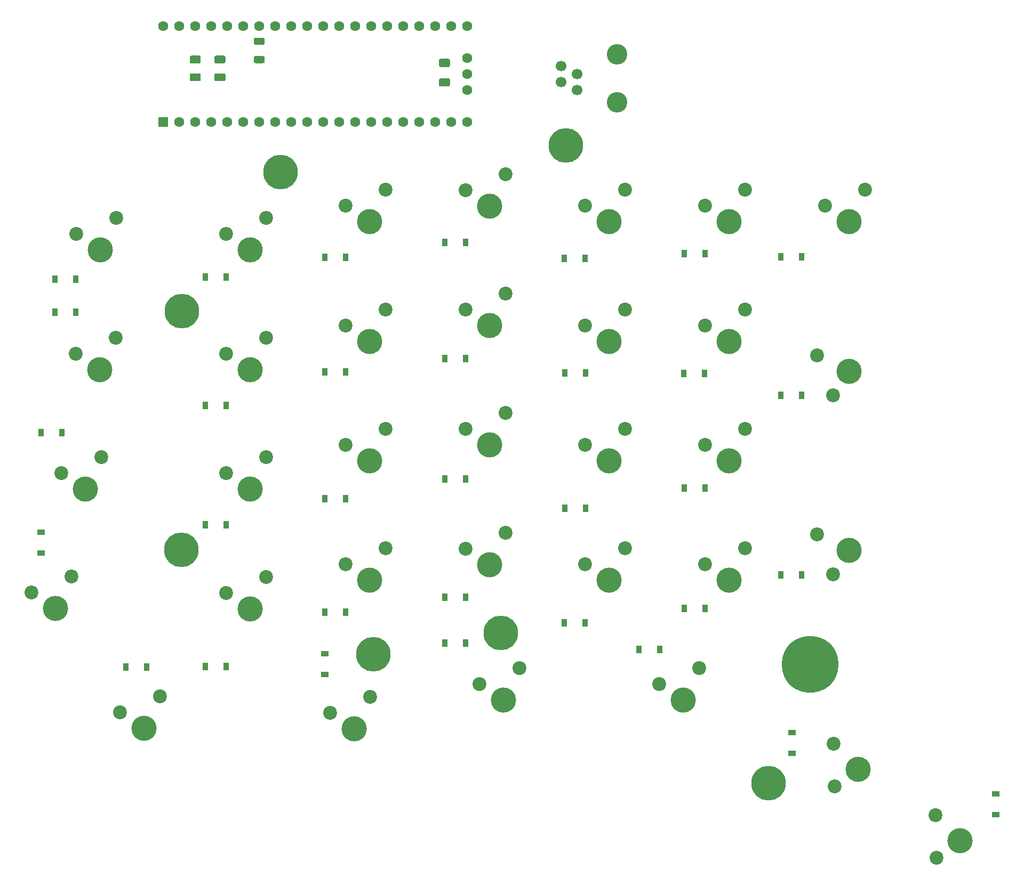
<source format=gbs>
G04 #@! TF.GenerationSoftware,KiCad,Pcbnew,5.1.9-73d0e3b20d~88~ubuntu20.04.1*
G04 #@! TF.CreationDate,2021-01-19T00:22:37+03:00*
G04 #@! TF.ProjectId,jeaex-left,6a656165-782d-46c6-9566-742e6b696361,rev?*
G04 #@! TF.SameCoordinates,Original*
G04 #@! TF.FileFunction,Soldermask,Bot*
G04 #@! TF.FilePolarity,Negative*
%FSLAX46Y46*%
G04 Gerber Fmt 4.6, Leading zero omitted, Abs format (unit mm)*
G04 Created by KiCad (PCBNEW 5.1.9-73d0e3b20d~88~ubuntu20.04.1) date 2021-01-19 00:22:37*
%MOMM*%
%LPD*%
G01*
G04 APERTURE LIST*
%ADD10C,5.500000*%
%ADD11C,9.000000*%
%ADD12C,1.600000*%
%ADD13R,1.600000X1.600000*%
%ADD14R,0.900000X1.200000*%
%ADD15R,1.200000X0.900000*%
%ADD16C,3.250000*%
%ADD17C,1.700000*%
%ADD18C,4.000000*%
%ADD19C,2.200000*%
G04 APERTURE END LIST*
D10*
X230560000Y-192110000D03*
D11*
X237170000Y-173180000D03*
D10*
X188060000Y-168170000D03*
X167850000Y-171590000D03*
X137340000Y-154970000D03*
X137380000Y-117100000D03*
X153090000Y-94980000D03*
X198360000Y-90710000D03*
G36*
G01*
X179735000Y-78280000D02*
X178485000Y-78280000D01*
G75*
G02*
X178235000Y-78030000I0J250000D01*
G01*
X178235000Y-77230000D01*
G75*
G02*
X178485000Y-76980000I250000J0D01*
G01*
X179735000Y-76980000D01*
G75*
G02*
X179985000Y-77230000I0J-250000D01*
G01*
X179985000Y-78030000D01*
G75*
G02*
X179735000Y-78280000I-250000J0D01*
G01*
G37*
G36*
G01*
X179735000Y-81380000D02*
X178485000Y-81380000D01*
G75*
G02*
X178235000Y-81130000I0J250000D01*
G01*
X178235000Y-80330000D01*
G75*
G02*
X178485000Y-80080000I250000J0D01*
G01*
X179735000Y-80080000D01*
G75*
G02*
X179985000Y-80330000I0J-250000D01*
G01*
X179985000Y-81130000D01*
G75*
G02*
X179735000Y-81380000I-250000J0D01*
G01*
G37*
D12*
X154790000Y-87020000D03*
X157330000Y-87020000D03*
X159870000Y-87020000D03*
X152250000Y-87020000D03*
X149710000Y-87020000D03*
X147170000Y-87020000D03*
X144630000Y-87020000D03*
X142090000Y-87020000D03*
X139550000Y-87020000D03*
X137010000Y-87020000D03*
D13*
X134470000Y-87020000D03*
D12*
X162410000Y-87020000D03*
X164950000Y-87020000D03*
X167490000Y-87020000D03*
X170030000Y-87020000D03*
X172570000Y-87020000D03*
X175110000Y-87020000D03*
X177650000Y-87020000D03*
X180190000Y-87020000D03*
X182730000Y-87020000D03*
X182730000Y-81940000D03*
X182730000Y-79400000D03*
X182730000Y-76860000D03*
X182730000Y-71780000D03*
X180190000Y-71780000D03*
X177650000Y-71780000D03*
X175110000Y-71780000D03*
X172570000Y-71780000D03*
X170030000Y-71780000D03*
X167490000Y-71780000D03*
X164950000Y-71780000D03*
X162410000Y-71780000D03*
X159870000Y-71780000D03*
X157330000Y-71780000D03*
X154790000Y-71780000D03*
X152250000Y-71780000D03*
X149710000Y-71780000D03*
X147170000Y-71780000D03*
X144630000Y-71780000D03*
X142090000Y-71780000D03*
X139550000Y-71780000D03*
X137010000Y-71780000D03*
X134470000Y-71780000D03*
G36*
G01*
X150325003Y-74737500D02*
X149074997Y-74737500D01*
G75*
G02*
X148825000Y-74487503I0J249997D01*
G01*
X148825000Y-73862497D01*
G75*
G02*
X149074997Y-73612500I249997J0D01*
G01*
X150325003Y-73612500D01*
G75*
G02*
X150575000Y-73862497I0J-249997D01*
G01*
X150575000Y-74487503D01*
G75*
G02*
X150325003Y-74737500I-249997J0D01*
G01*
G37*
G36*
G01*
X150325003Y-77662500D02*
X149074997Y-77662500D01*
G75*
G02*
X148825000Y-77412503I0J249997D01*
G01*
X148825000Y-76787497D01*
G75*
G02*
X149074997Y-76537500I249997J0D01*
G01*
X150325003Y-76537500D01*
G75*
G02*
X150575000Y-76787497I0J-249997D01*
G01*
X150575000Y-77412503D01*
G75*
G02*
X150325003Y-77662500I-249997J0D01*
G01*
G37*
D14*
X232480000Y-108410000D03*
X235780000Y-108410000D03*
X232475000Y-130450000D03*
X235775000Y-130450000D03*
X235800000Y-158950000D03*
X232500000Y-158950000D03*
D15*
X266660000Y-197080000D03*
X266660000Y-193780000D03*
D14*
X220450000Y-107940000D03*
X217150000Y-107940000D03*
X220420000Y-126970000D03*
X217120000Y-126970000D03*
X220440000Y-145210000D03*
X217140000Y-145210000D03*
X217160000Y-164330000D03*
X220460000Y-164330000D03*
D15*
X234300000Y-184050000D03*
X234300000Y-187350000D03*
D14*
X198150000Y-108650000D03*
X201450000Y-108650000D03*
X201500000Y-126900000D03*
X198200000Y-126900000D03*
X198200000Y-148400000D03*
X201500000Y-148400000D03*
X198150000Y-166590000D03*
X201450000Y-166590000D03*
X209950000Y-170850000D03*
X213250000Y-170850000D03*
X182450000Y-106150000D03*
X179150000Y-106150000D03*
X182450000Y-124600000D03*
X179150000Y-124600000D03*
X179150000Y-143750000D03*
X182450000Y-143750000D03*
X182450000Y-162550000D03*
X179150000Y-162550000D03*
X179150000Y-169800000D03*
X182450000Y-169800000D03*
X163450000Y-108500000D03*
X160150000Y-108500000D03*
X160150000Y-126700000D03*
X163450000Y-126700000D03*
X163450000Y-146850000D03*
X160150000Y-146850000D03*
X160150000Y-164900000D03*
X163450000Y-164900000D03*
D15*
X160150000Y-174850000D03*
X160150000Y-171550000D03*
D14*
X141120000Y-111650000D03*
X144420000Y-111650000D03*
X144460000Y-132030000D03*
X141160000Y-132030000D03*
X141150000Y-151020000D03*
X144450000Y-151020000D03*
X144460000Y-173560000D03*
X141160000Y-173560000D03*
X131830000Y-173610000D03*
X128530000Y-173610000D03*
X120590000Y-112020000D03*
X117290000Y-112020000D03*
X117290000Y-117270000D03*
X120590000Y-117270000D03*
X118330000Y-136400000D03*
X115030000Y-136400000D03*
D15*
X115040000Y-152190000D03*
X115040000Y-155490000D03*
G36*
G01*
X138925000Y-79275000D02*
X140175000Y-79275000D01*
G75*
G02*
X140425000Y-79525000I0J-250000D01*
G01*
X140425000Y-80275000D01*
G75*
G02*
X140175000Y-80525000I-250000J0D01*
G01*
X138925000Y-80525000D01*
G75*
G02*
X138675000Y-80275000I0J250000D01*
G01*
X138675000Y-79525000D01*
G75*
G02*
X138925000Y-79275000I250000J0D01*
G01*
G37*
G36*
G01*
X138925000Y-76475000D02*
X140175000Y-76475000D01*
G75*
G02*
X140425000Y-76725000I0J-250000D01*
G01*
X140425000Y-77475000D01*
G75*
G02*
X140175000Y-77725000I-250000J0D01*
G01*
X138925000Y-77725000D01*
G75*
G02*
X138675000Y-77475000I0J250000D01*
G01*
X138675000Y-76725000D01*
G75*
G02*
X138925000Y-76475000I250000J0D01*
G01*
G37*
G36*
G01*
X142825000Y-76475000D02*
X144075000Y-76475000D01*
G75*
G02*
X144325000Y-76725000I0J-250000D01*
G01*
X144325000Y-77475000D01*
G75*
G02*
X144075000Y-77725000I-250000J0D01*
G01*
X142825000Y-77725000D01*
G75*
G02*
X142575000Y-77475000I0J250000D01*
G01*
X142575000Y-76725000D01*
G75*
G02*
X142825000Y-76475000I250000J0D01*
G01*
G37*
G36*
G01*
X142825000Y-79275000D02*
X144075000Y-79275000D01*
G75*
G02*
X144325000Y-79525000I0J-250000D01*
G01*
X144325000Y-80275000D01*
G75*
G02*
X144075000Y-80525000I-250000J0D01*
G01*
X142825000Y-80525000D01*
G75*
G02*
X142575000Y-80275000I0J250000D01*
G01*
X142575000Y-79525000D01*
G75*
G02*
X142825000Y-79275000I250000J0D01*
G01*
G37*
D16*
X206530000Y-83890000D03*
X206530000Y-76250000D03*
D17*
X200180000Y-81975000D03*
X200180000Y-79435000D03*
X197640000Y-80705000D03*
X197640000Y-78165000D03*
D18*
X243300000Y-102880000D03*
D19*
X239490000Y-100340000D03*
X245840000Y-97800000D03*
D18*
X243360000Y-126630000D03*
D19*
X240820000Y-130440000D03*
X238280000Y-124090000D03*
X238270000Y-152590000D03*
X240810000Y-158940000D03*
D18*
X243350000Y-155130000D03*
D19*
X257030000Y-197140000D03*
X257244991Y-203975779D03*
D18*
X260934907Y-201264282D03*
X224280000Y-102870000D03*
D19*
X220470000Y-100330000D03*
X226820000Y-97790000D03*
D18*
X224280000Y-121870000D03*
D19*
X220470000Y-119330000D03*
X226820000Y-116790000D03*
X226820000Y-135780000D03*
X220470000Y-138320000D03*
D18*
X224280000Y-140860000D03*
D19*
X226820000Y-154780000D03*
X220470000Y-157320000D03*
D18*
X224280000Y-159860000D03*
X244774907Y-189914282D03*
D19*
X241084991Y-192625779D03*
X240870000Y-185790000D03*
D18*
X205280000Y-102860000D03*
D19*
X201470000Y-100320000D03*
X207820000Y-97780000D03*
D18*
X205280000Y-121860000D03*
D19*
X201470000Y-119320000D03*
X207820000Y-116780000D03*
D18*
X205280000Y-140870000D03*
D19*
X201470000Y-138330000D03*
X207820000Y-135790000D03*
X207820000Y-154790000D03*
X201470000Y-157330000D03*
D18*
X205280000Y-159870000D03*
X217040000Y-178920000D03*
D19*
X213230000Y-176380000D03*
X219580000Y-173840000D03*
D18*
X186250000Y-100360000D03*
D19*
X182440000Y-97820000D03*
X188790000Y-95280000D03*
X188790000Y-114280000D03*
X182440000Y-116820000D03*
D18*
X186250000Y-119360000D03*
D19*
X188790000Y-133280000D03*
X182440000Y-135820000D03*
D18*
X186250000Y-138360000D03*
D19*
X188790000Y-152290000D03*
X182440000Y-154830000D03*
D18*
X186250000Y-157370000D03*
X188500000Y-178910000D03*
D19*
X184690000Y-176370000D03*
X191040000Y-173830000D03*
X169790000Y-97790000D03*
X163440000Y-100330000D03*
D18*
X167250000Y-102870000D03*
D19*
X169800000Y-116780000D03*
X163450000Y-119320000D03*
D18*
X167260000Y-121860000D03*
D19*
X169790000Y-135790000D03*
X163440000Y-138330000D03*
D18*
X167250000Y-140870000D03*
D19*
X169790000Y-154790000D03*
X163440000Y-157330000D03*
D18*
X167250000Y-159870000D03*
D19*
X167290000Y-178340000D03*
X160940000Y-180880000D03*
D18*
X164750000Y-183420000D03*
D19*
X150790000Y-102290000D03*
X144440000Y-104830000D03*
D18*
X148250000Y-107370000D03*
X148250000Y-126360000D03*
D19*
X144440000Y-123820000D03*
X150790000Y-121280000D03*
D18*
X148250000Y-145370000D03*
D19*
X144440000Y-142830000D03*
X150790000Y-140290000D03*
D18*
X148260000Y-164370000D03*
D19*
X144450000Y-161830000D03*
X150800000Y-159290000D03*
D18*
X131410000Y-183390000D03*
D19*
X127600000Y-180850000D03*
X133950000Y-178310000D03*
D18*
X124430000Y-107300000D03*
D19*
X120620000Y-104760000D03*
X126970000Y-102220000D03*
X126920000Y-121320000D03*
X120570000Y-123860000D03*
D18*
X124380000Y-126400000D03*
D19*
X124620000Y-140260000D03*
X118270000Y-142800000D03*
D18*
X122080000Y-145340000D03*
D19*
X119870000Y-159260000D03*
X113520000Y-161800000D03*
D18*
X117330000Y-164340000D03*
M02*

</source>
